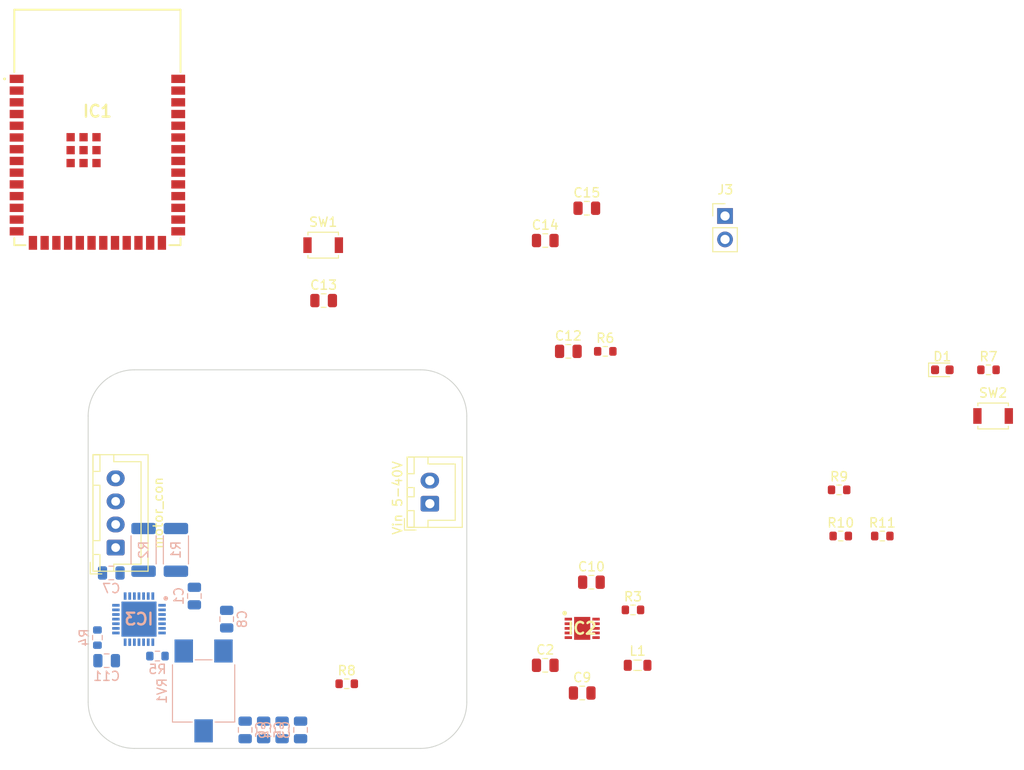
<source format=kicad_pcb>
(kicad_pcb (version 20211014) (generator pcbnew)
  (layers (0 "F.Cu" signal) (31 "B.Cu" signal) (34 "B.Paste" user) (35 "F.Paste" user) (36 "B.SilkS" user "B.Silkscreen") (37 "F.SilkS" user "F.Silkscreen") (38 "B.Mask" user) (39 "F.Mask" user) (44 "Edge.Cuts" user))
  (net 0 "")
  (net 1 "Net-(C1-Pad1)")
  (net 2 "Net-(C1-Pad2)")
  (net 3 "GND")
  (net 4 "/VS_input")
  (net 5 "Net-(C8-Pad1)")
  (net 6 "Net-(C9-Pad1)")
  (net 7 "Net-(C9-Pad2)")
  (net 8 "+3V3")
  (net 9 "/EN")
  (net 10 "/HK_led")
  (net 11 "Net-(D1-Pad2)")
  (net 12 "/ADC_battery")
  (net 14 "/HK-button")
  (net 17 "/TMC_uart")
  (net 18 "Net-(IC1-Pad11)")
  (net 24 "/TMC_en")
  (net 25 "/TMC_step")
  (net 26 "/TMC_dir")
  (net 27 "/TMC_index")
  (net 28 "/TMC_diag")
  (net 34 "Net-(IC1-Pad27)")
  (net 43 "/RX0")
  (net 44 "/TX0")
  (net 48 "Net-(IC2-Pad10)")
  (net 49 "/B2")
  (net 54 "Net-(IC3-Pad17)")
  (net 55 "Net-(IC3-Pad20)")
  (net 56 "/A2")
  (net 57 "Net-(IC3-Pad23)")
  (net 58 "/A1")
  (net 60 "/B1")
  (net 61 "Net-(IC3-Pad27)")
  (net 62 "Net-(R5-Pad2)")
  (footprint "Capacitor_SMD:C_0805_2012Metric" (layer "F.Cu") (at 147 93)
    (fp_text reference "C12" (at 0 -1.68) (layer "F.SilkS"))
    (fp_text value "1uF")
    (fp_line (start -0.261252 -0.735) (end 0.261252 -0.735) (layer "F.SilkS") (width 0.12))
    (fp_line (start -0.261252 0.735) (end 0.261252 0.735) (layer "F.SilkS") (width 0.12))
    (pad "1" smd roundrect (at -0.95 0) (size 1 1.45) (layers "F.Cu" "F.Paste" "F.Mask") (net 8 "+3V3"))
    (pad "2" smd roundrect (at 0.95 0) (size 1 1.45) (layers "F.Cu" "F.Paste" "F.Mask") (net 9 "/EN"))
  )
  (footprint "Button_Switch_SMD:SW_SPST_B3U-1000P-B" (layer "F.Cu") (at 120.45 81.5)
    (fp_text reference "SW1" (at 0 -2.5) (layer "F.SilkS"))
    (fp_text value "SW_Push")
    (fp_line (start -1.65 -1.4) (end 1.65 -1.4) (layer "F.SilkS") (width 0.12))
    (fp_line (start -1.65 1.4) (end 1.65 1.4) (layer "F.SilkS") (width 0.12))
    (fp_line (start -1.65 -1.1) (end -1.65 -1.4) (layer "F.SilkS") (width 0.12))
    (fp_line (start 1.65 -1.4) (end 1.65 -1.1) (layer "F.SilkS") (width 0.12))
    (fp_line (start 1.65 1.4) (end 1.65 1.1) (layer "F.SilkS") (width 0.12))
    (fp_line (start -1.65 1.1) (end -1.65 1.4) (layer "F.SilkS") (width 0.12))
    (pad "" np_thru_hole circle (at 0 0) (size 0.8 0.8) (drill 0.8) (layers *.Cu *.Mask))
    (pad "1" smd rect (at -1.7 0) (size 0.9 1.7) (layers "F.Cu" "F.Paste" "F.Mask") (net 9 "/EN"))
    (pad "2" smd rect (at 1.7 0) (size 0.9 1.7) (layers "F.Cu" "F.Paste" "F.Mask") (net 3 "GND"))
  )
  (footprint "SamacSys_Parts:SON50P300X300X80-11N-D" (layer "F.Cu") (at 148.5 123)
    (fp_text reference "IC2" (at 0 0) (layer "F.SilkS") (effects (font (size 1.27 1.27) (thickness 0.254))))
    (fp_text value "LT3973EDD-3.3#PBF" hide)
    (fp_circle (center -1.9 -1.65) (end -1.9 -1.525) (layer "F.SilkS") (width 0.25) (fill none))
    (pad "1" smd rect locked (at -1.5 -1 90) (size 0.3 0.8) (layers "F.Cu" "F.Paste" "F.Mask") (net 8 "+3V3"))
    (pad "2" smd rect locked (at -1.5 -0.5 90) (size 0.3 0.8) (layers "F.Cu" "F.Paste" "F.Mask") (net 8 "+3V3"))
    (pad "3" smd rect locked (at -1.5 0 90) (size 0.3 0.8) (layers "F.Cu" "F.Paste" "F.Mask") (net 4 "/VS_input"))
    (pad "4" smd rect locked (at -1.5 0.5 90) (size 0.3 0.8) (layers "F.Cu" "F.Paste" "F.Mask") (net 4 "/VS_input"))
    (pad "5" smd rect locked (at -1.5 1 90) (size 0.3 0.8) (layers "F.Cu" "F.Paste" "F.Mask") (net 3 "GND"))
    (pad "6" smd rect locked (at 1.5 1 90) (size 0.3 0.8) (layers "F.Cu" "F.Paste" "F.Mask") (net 7 "Net-(C9-Pad2)"))
    (pad "7" smd rect locked (at 1.5 0.5 90) (size 0.3 0.8) (layers "F.Cu" "F.Paste" "F.Mask") (net 6 "Net-(C9-Pad1)"))
    (pad "8" smd rect locked (at 1.5 0 90) (size 0.3 0.8) (layers "F.Cu" "F.Paste" "F.Mask") (net 8 "+3V3"))
    (pad "9" smd rect locked (at 1.5 -0.5 90) (size 0.3 0.8) (layers "F.Cu" "F.Paste" "F.Mask"))
    (pad "10" smd rect locked (at 1.5 -1 90) (size 0.3 0.8) (layers "F.Cu" "F.Paste" "F.Mask") (net 48 "Net-(IC2-Pad10)"))
    (pad "11" smd rect locked (at 0 0) (size 1.75 2.48) (layers "F.Cu" "F.Paste" "F.Mask") (net 3 "GND"))
  )
  (footprint "Resistor_SMD:R_0603_1608Metric" (layer "F.Cu") (at 176.5 113)
    (fp_text reference "R10" (at 0 -1.43) (layer "F.SilkS"))
    (fp_text value "12k")
    (fp_line (start -0.237258 -0.5225) (end 0.237258 -0.5225) (layer "F.SilkS") (width 0.12))
    (fp_line (start -0.237258 0.5225) (end 0.237258 0.5225) (layer "F.SilkS") (width 0.12))
    (pad "1" smd roundrect (at -0.825 0) (size 0.8 0.95) (layers "F.Cu" "F.Paste" "F.Mask") (net 12 "/ADC_battery"))
    (pad "2" smd roundrect (at 0.825 0) (size 0.8 0.95) (layers "F.Cu" "F.Paste" "F.Mask") (net 3 "GND"))
  )
  (footprint "MountingHole:MountingHole_3.2mm_M3" (layer "F.Cu") (at 131 100)
    (fp_text reference "H2")
    (fp_text value "MountingHole")
    (pad "" np_thru_hole circle (at 0 0) (size 3.2 3.2) (drill 3.2) (layers *.Cu *.Mask))
  )
  (footprint "LED_SMD:LED_0603_1608Metric" (layer "F.Cu") (at 187.5 95)
    (fp_text reference "D1" (at 0 -1.43) (layer "F.SilkS"))
    (fp_text value "LED green")
    (fp_line (start 0.8 -0.735) (end -1.485 -0.735) (layer "F.SilkS") (width 0.12))
    (fp_line (start -1.485 0.735) (end 0.8 0.735) (layer "F.SilkS") (width 0.12))
    (fp_line (start -1.485 -0.735) (end -1.485 0.735) (layer "F.SilkS") (width 0.12))
    (pad "1" smd roundrect (at -0.7875 0) (size 0.875 0.95) (layers "F.Cu" "F.Paste" "F.Mask") (net 10 "/HK_led"))
    (pad "2" smd roundrect (at 0.7875 0) (size 0.875 0.95) (layers "F.Cu" "F.Paste" "F.Mask") (net 11 "Net-(D1-Pad2)"))
  )
  (footprint "Connector_JST:JST_XH_B4B-XH-A_1x04_P2.50mm_Vertical" (layer "F.Cu") (at 97.975 114.25 90)
    (fp_text reference "J2")
    (fp_text value "motor_con" (at 3.75 4.6 90) (layer "F.SilkS"))
    (fp_line (start 10.06 3.51) (end 10.06 -2.46) (layer "F.SilkS") (width 0.12))
    (fp_line (start 8.25 -1.7) (end 10.05 -1.7) (layer "F.SilkS") (width 0.12))
    (fp_line (start -2.85 -2.75) (end -2.85 -1.5) (layer "F.SilkS") (width 0.12))
    (fp_line (start -1.6 -2.75) (end -2.85 -2.75) (layer "F.SilkS") (width 0.12))
    (fp_line (start 9.3 2.75) (end 3.75 2.75) (layer "F.SilkS") (width 0.12))
    (fp_line (start -2.55 -2.45) (end -2.55 -1.7) (layer "F.SilkS") (width 0.12))
    (fp_line (start 10.05 -0.2) (end 9.3 -0.2) (layer "F.SilkS") (width 0.12))
    (fp_line (start -1.8 -0.2) (end -1.8 2.75) (layer "F.SilkS") (width 0.12))
    (fp_line (start -0.75 -2.45) (end -2.55 -2.45) (layer "F.SilkS") (width 0.12))
    (fp_line (start 10.05 -2.45) (end 8.25 -2.45) (layer "F.SilkS") (width 0.12))
    (fp_line (start 6.75 -1.7) (end 6.75 -2.45) (layer "F.SilkS") (width 0.12))
    (fp_line (start -0.75 -1.7) (end -0.75 -2.45) (layer "F.SilkS") (width 0.12))
    (fp_line (start -2.55 -1.7) (end -0.75 -1.7) (layer "F.SilkS") (width 0.12))
    (fp_line (start -2.55 -0.2) (end -1.8 -0.2) (layer "F.SilkS") (width 0.12))
    (fp_line (start 0.75 -2.45) (end 0.75 -1.7) (layer "F.SilkS") (width 0.12))
    (fp_line (start -1.8 2.75) (end 3.75 2.75) (layer "F.SilkS") (width 0.12))
    (fp_line (start 9.3 -0.2) (end 9.3 2.75) (layer "F.SilkS") (width 0.12))
    (fp_line (start 10.06 -2.46) (end -2.56 -2.46) (layer "F.SilkS") (width 0.12))
    (fp_line (start 8.25 -2.45) (end 8.25 -1.7) (layer "F.SilkS") (width 0.12))
    (fp_line (start -2.56 -2.46) (end -2.56 3.51) (layer "F.SilkS") (width 0.12))
    (fp_line (start 0.75 -1.7) (end 6.75 -1.7) (layer "F.SilkS") (width 0.12))
    (fp_line (start 10.05 -1.7) (end 10.05 -2.45) (layer "F.SilkS") (width 0.12))
    (fp_line (start 6.75 -2.45) (end 0.75 -2.45) (layer "F.SilkS") (width 0.12))
    (fp_line (start -2.56 3.51) (end 10.06 3.51) (layer "F.SilkS") (width 0.12))
    (pad "1" thru_hole roundrect (at 0 0 90) (size 1.7 1.95) (drill 0.95) (layers *.Cu *.Mask) (roundrect_rratio 0.147059) (net 49 "/B2"))
    (pad "2" thru_hole oval (at 2.5 0 90) (size 1.7 1.95) (drill 0.95) (layers *.Cu *.Mask) (net 60 "/B1"))
    (pad "3" thru_hole oval (at 5 0 90) (size 1.7 1.95) (drill 0.95) (layers *.Cu *.Mask) (net 56 "/A2"))
    (pad "4" thru_hole oval (at 7.5 0 90) (size 1.7 1.95) (drill 0.95) (layers *.Cu *.Mask) (net 58 "/A1"))
  )
  (footprint "Resistor_SMD:R_0603_1608Metric" (layer "F.Cu") (at 176.325 108)
    (fp_text reference "R9" (at 0 -1.43) (layer "F.SilkS"))
    (fp_text value "33k")
    (fp_line (start -0.237258 0.5225) (end 0.237258 0.5225) (layer "F.SilkS") (width 0.12))
    (fp_line (start -0.237258 -0.5225) (end 0.237258 -0.5225) (layer "F.SilkS") (width 0.12))
    (pad "1" smd roundrect (at -0.825 0) (size 0.8 0.95) (layers "F.Cu" "F.Paste" "F.Mask") (net 4 "/VS_input"))
    (pad "2" smd roundrect (at 0.825 0) (size 0.8 0.95) (layers "F.Cu" "F.Paste" "F.Mask") (net 12 "/ADC_battery"))
  )
  (footprint "Capacitor_SMD:C_0805_2012Metric" (layer "F.Cu") (at 148.5 130)
    (fp_text reference "C9" (at 0 -1.68) (layer "F.SilkS"))
    (fp_text value "0.47uF")
    (fp_line (start -0.261252 -0.735) (end 0.261252 -0.735) (layer "F.SilkS") (width 0.12))
    (fp_line (start -0.261252 0.735) (end 0.261252 0.735) (layer "F.SilkS") (width 0.12))
    (pad "1" smd roundrect (at -0.95 0) (size 1 1.45) (layers "F.Cu" "F.Paste" "F.Mask") (net 6 "Net-(C9-Pad1)"))
    (pad "2" smd roundrect (at 0.95 0) (size 1 1.45) (layers "F.Cu" "F.Paste" "F.Mask") (net 7 "Net-(C9-Pad2)"))
  )
  (footprint "Resistor_SMD:R_0603_1608Metric" (layer "F.Cu") (at 154 121)
    (fp_text reference "R3" (at 0 -1.43) (layer "F.SilkS"))
    (fp_text value "215k")
    (fp_line (start -0.237258 0.5225) (end 0.237258 0.5225) (layer "F.SilkS") (width 0.12))
    (fp_line (start -0.237258 -0.5225) (end 0.237258 -0.5225) (layer "F.SilkS") (width 0.12))
    (pad "1" smd roundrect (at -0.825 0) (size 0.8 0.95) (layers "F.Cu" "F.Paste" "F.Mask") (net 48 "Net-(IC2-Pad10)"))
    (pad "2" smd roundrect (at 0.825 0) (size 0.8 0.95) (layers "F.Cu" "F.Paste" "F.Mask") (net 3 "GND"))
  )
  (footprint "Inductor_SMD:L_0805_2012Metric" (layer "F.Cu") (at 154.5 127)
    (fp_text reference "L1" (at 0 -1.55) (layer "F.SilkS"))
    (fp_text value "15uH")
    (fp_line (start -0.399622 0.56) (end 0.399622 0.56) (layer "F.SilkS") (width 0.12))
    (fp_line (start -0.399622 -0.56) (end 0.399622 -0.56) (layer "F.SilkS") (width 0.12))
    (pad "1" smd roundrect (at -1.0625 0) (size 0.875 1.2) (layers "F.Cu" "F.Paste" "F.Mask") (net 7 "Net-(C9-Pad2)"))
    (pad "2" smd roundrect (at 1.0625 0) (size 0.875 1.2) (layers "F.Cu" "F.Paste" "F.Mask") (net 8 "+3V3"))
  )
  (footprint "Capacitor_SMD:C_0805_2012Metric" (layer "F.Cu") (at 120.5 87.5)
    (fp_text reference "C13" (at 0 -1.68) (layer "F.SilkS"))
    (fp_text value "0.1uF")
    (fp_line (start -0.261252 -0.735) (end 0.261252 -0.735) (layer "F.SilkS") (width 0.12))
    (fp_line (start -0.261252 0.735) (end 0.261252 0.735) (layer "F.SilkS") (width 0.12))
    (pad "1" smd roundrect (at -0.95 0) (size 1 1.45) (layers "F.Cu" "F.Paste" "F.Mask") (net 9 "/EN"))
    (pad "2" smd roundrect (at 0.95 0) (size 1 1.45) (layers "F.Cu" "F.Paste" "F.Mask") (net 3 "GND"))
  )
  (footprint "Button_Switch_SMD:SW_SPST_B3U-1000P-B" (layer "F.Cu") (at 193 100)
    (fp_text reference "SW2" (at 0 -2.5) (layer "F.SilkS"))
    (fp_text value "SW_Push")
    (fp_line (start -1.65 1.4) (end 1.65 1.4) (layer "F.SilkS") (width 0.12))
    (fp_line (start 1.65 -1.4) (end 1.65 -1.1) (layer "F.SilkS") (width 0.12))
    (fp_line (start 1.65 1.4) (end 1.65 1.1) (layer "F.SilkS") (width 0.12))
    (fp_line (start -1.65 1.1) (end -1.65 1.4) (layer "F.SilkS") (width 0.12))
    (fp_line (start -1.65 -1.4) (end 1.65 -1.4) (layer "F.SilkS") (width 0.12))
    (fp_line (start -1.65 -1.1) (end -1.65 -1.4) (layer "F.SilkS") (width 0.12))
    (pad "" np_thru_hole circle (at 0 0) (size 0.8 0.8) (drill 0.8) (layers *.Cu *.Mask))
    (pad "1" smd rect (at -1.7 0) (size 0.9 1.7) (layers "F.Cu" "F.Paste" "F.Mask") (net 14 "/HK-button"))
    (pad "2" smd rect (at 1.7 0) (size 0.9 1.7) (layers "F.Cu" "F.Paste" "F.Mask") (net 3 "GND"))
  )
  (footprint "Resistor_SMD:R_0603_1608Metric" (layer "F.Cu") (at 123 129)
    (fp_text reference "R8" (at 0 -1.43) (layer "F.SilkS"))
    (fp_text value "10k")
    (fp_line (start -0.237258 0.5225) (end 0.237258 0.5225) (layer "F.SilkS") (width 0.12))
    (fp_line (start -0.237258 -0.5225) (end 0.237258 -0.5225) (layer "F.SilkS") (width 0.12))
    (pad "1" smd roundrect (at -0.825 0) (size 0.8 0.95) (layers "F.Cu" "F.Paste" "F.Mask") (net 18 "Net-(IC1-Pad11)"))
    (pad "2" smd roundrect (at 0.825 0) (size 0.8 0.95) (layers "F.Cu" "F.Paste" "F.Mask") (net 17 "/TMC_uart"))
  )
  (footprint "Resistor_SMD:R_0603_1608Metric" (layer "F.Cu") (at 151 93)
    (fp_text reference "R6" (at 0 -1.43) (layer "F.SilkS"))
    (fp_text value "10k")
    (fp_line (start -0.237258 0.5225) (end 0.237258 0.5225) (layer "F.SilkS") (width 0.12))
    (fp_line (start -0.237258 -0.5225) (end 0.237258 -0.5225) (layer "F.SilkS") (width 0.12))
    (pad "1" smd roundrect (at -0.825 0) (size 0.8 0.95) (layers "F.Cu" "F.Paste" "F.Mask") (net 8 "+3V3"))
    (pad "2" smd roundrect (at 0.825 0) (size 0.8 0.95) (layers "F.Cu" "F.Paste" "F.Mask") (net 9 "/EN"))
  )
  (footprint "MountingHole:MountingHole_3.2mm_M3" (layer "F.Cu") (at 100 100)
    (fp_text reference "H1")
    (fp_text value "MountingHole")
    (pad "" np_thru_hole circle (at 0 0) (size 3.2 3.2) (drill 3.2) (layers *.Cu *.Mask))
  )
  (footprint "SamacSys_Parts:ESP32S3WROOM1N4R2" (layer "F.Cu") (at 96 69)
    (fp_text reference "IC1" (at 0 -2) (layer "F.SilkS") (effects (font (size 1.27 1.27) (thickness 0.254))))
    (fp_text value "ESP32-S3-WROOM-1-N4R2" hide)
    (fp_line (start -9 -13) (end -9 -6.25) (layer "F.SilkS") (width 0.2))
    (fp_line (start -10 -5.51) (end -10 -5.51) (layer "F.SilkS") (width 0.2))
    (fp_line (start 9 -6.25) (end 9 -13) (layer "F.SilkS") (width 0.2))
    (fp_line (start -10.1 -5.51) (end -10.1 -5.51) (layer "F.SilkS") (width 0.2))
    (fp_line (start -10.1 -5.51) (end -10.1 -5.51) (layer "F.SilkS") (width 0.2))
    (fp_line (start 9 12.5) (end 9 11.75) (layer "F.SilkS") (width 0.2))
    (fp_line (start 7.8 12.5) (end 9 12.5) (layer "F.SilkS") (width 0.2))
    (fp_line (start 9 -13) (end -9 -13) (layer "F.SilkS") (width 0.2))
    (fp_line (start -9 11.75) (end -9 12.5) (layer "F.SilkS") (width 0.2))
    (fp_line (start -9 12.5) (end -7.8 12.5) (layer "F.SilkS") (width 0.2))
    (fp_arc (start -10.1 -5.51) (mid -10.05 -5.56) (end -10 -5.51) (layer "F.SilkS") (width 0.2))
    (fp_arc (start -10 -5.51) (mid -10.05 -5.46) (end -10.1 -5.51) (layer "F.SilkS") (width 0.2))
    (fp_arc (start -10 -5.51) (mid -10.05 -5.46) (end -10.1 -5.51) (layer "F.SilkS") (width 0.2))
    (pad "1" smd rect locked (at -8.75 -5.51 90) (size 0.9 1.5) (layers "F.Cu" "F.Paste" "F.Mask") (net 3 "GND"))
    (pad "2" smd rect locked (at -8.75 -4.24 90) (size 0.9 1.5) (layers "F.Cu" "F.Paste" "F.Mask") (net 8 "+3V3"))
    (pad "3" smd rect locked (at -8.75 -2.97 90) (size 0.9 1.5) (layers "F.Cu" "F.Paste" "F.Mask") (net 9 "/EN"))
    (pad "4" smd rect locked (at -8.75 -1.7 90) (size 0.9 1.5) (layers "F.Cu" "F.Paste" "F.Mask") (net 12 "/ADC_battery"))
    (pad "5" smd rect locked (at -8.75 -0.43 90) (size 0.9 1.5) (layers "F.Cu" "F.Paste" "F.Mask"))
    (pad "6" smd rect locked (at -8.75 0.84 90) (size 0.9 1.5) (layers "F.Cu" "F.Paste" "F.Mask") (net 10 "/HK_led"))
    (pad "7" smd rect locked (at -8.75 2.11 90) (size 0.9 1.5) (layers "F.Cu" "F.Paste" "F.Mask") (net 14 "/HK-button"))
    (pad "8" smd rect locked (at -8.75 3.38 90) (size 0.9 1.5) (layers "F.Cu" "F.Paste" "F.Mask"))
    (pad "9" smd rect locked (at -8.75 4.65 90) (size 0.9 1.5) (layers "F.Cu" "F.Paste" "F.Mask"))
    (pad "10" smd rect locked (at -8.75 5.92 90) (size 0.9 1.5) (layers "F.Cu" "F.Paste" "F.Mask") (net 17 "/TMC_uart"))
    (pad "11" smd rect locked (at -8.75 7.19 90) (size 0.9 1.5) (layers "F.Cu" "F.Paste" "F.Mask") (net 18 "Net-(IC1-Pad11)"))
    (pad "12" smd rect locked (at -8.75 8.46 90) (size 0.9 1.5) (layers "F.Cu" "F.Paste" "F.Mask"))
    (pad "13" smd rect locked (at -8.75 9.73 90) (size 0.9 1.5) (layers "F.Cu" "F.Paste" "F.Mask"))
    (pad "14" smd rect locked (at -8.75 11 90) (size 0.9 1.5) (layers "F.Cu" "F.Paste" "F.Mask"))
    (pad "15" smd rect locked (at -6.985 12.25) (size 0.9 1.5) (layers "F.Cu" "F.Paste" "F.Mask"))
    (pad "16" smd rect locked (at -5.715 12.25) (size 0.9 1.5) (layers "F.Cu" "F.Paste" "F.Mask"))
    (pad "17" smd rect locked (at -4.445 12.25) (size 0.9 1.5) (layers "F.Cu" "F.Paste" "F.Mask") (net 24 "/TMC_en"))
    (pad "18" smd rect locked (at -3.175 12.25) (size 0.9 1.5) (layers "F.Cu" "F.Paste" "F.Mask") (net 25 "/TMC_step"))
    (pad "19" smd rect locked (at -1.905 12.25) (size 0.9 1.5) (layers "F.Cu" "F.Paste" "F.Mask") (net 26 "/TMC_dir"))
    (pad "20" smd rect locked (at -0.635 12.25) (size 0.9 1.5) (layers "F.Cu" "F.Paste" "F.Mask") (net 27 "/TMC_index"))
    (pad "21" smd rect locked (at 0.635 12.25) (size 0.9 1.5) (layers "F.Cu" "F.Paste" "F.Mask") (net 28 "/TMC_diag"))
    (pad "22" smd rect locked (at 1.905 12.25) (size 0.9 1.5) (layers "F.Cu" "F.Paste" "F.Mask"))
    (pad "23" smd rect locked (at 3.175 12.25) (size 0.9 1.5) (layers "F.Cu" "F.Paste" "F.Mask"))
    (pad "24" smd rect locked (at 4.445 12.25) (size 0.9 1.5) (layers "F.Cu" "F.Paste" "F.Mask"))
    (pad "25" smd rect locked (at 5.715 12.25) (size 0.9 1.5) (layers "F.Cu" "F.Paste" "F.Mask"))
    (pad "26" smd rect locked (at 6.985 12.25) (size 0.9 1.5) (layers "F.Cu" "F.Paste" "F.Mask"))
    (pad "27" smd rect locked (at 8.75 11 90) (size 0.9 1.5) (layers "F.Cu" "F.Paste" "F.Mask") (net 34 "Net-(IC1-Pad27)"))
    (pad "28" smd rect locked (at 8.75 9.73 90) (size 0.9 1.5) (layers "F.Cu" "F.Paste" "F.Mask"))
    (pad "29" smd rect locked (at 8.75 8.46 90) (size 0.9 1.5) (layers "F.Cu" "F.Paste" "F.Mask"))
    (pad "30" smd rect locked (at 8.75 7.19 90) (size 0.9 1.5) (layers "F.Cu" "F.Paste" "F.Mask"))
    (pad "31" smd rect locked (at 8.75 5.92 90) (size 0.9 1.5) (layers "F.Cu" "F.Paste" "F.Mask"))
    (pad "32" smd rect locked (at 8.75 4.65 90) (size 0.9 1.5) (layers "F.Cu" "F.Paste" "F.Mask"))
    (pad "33" smd rect locked (at 8.75 3.38 90) (size 0.9 1.5) (layers "F.Cu" "F.Paste" "F.Mask"))
    (pad "34" smd rect locked (at 8.75 2.11 90) (size 0.9 1.5) (layers "F.Cu" "F.Paste" "F.Mask"))
    (pad "35" smd rect locked (at 8.75 0.84 90) (size 0.9 1.5) (layers "F.Cu" "F.Paste" "F.Mask"))
    (pad "36" smd rect locked (at 8.75 -0.43 90) (size 0.9 1.5) (layers "F.Cu" "F.Paste" "F.Mask") (net 43 "/RX0"))
    (pad "37" smd rect locked (at 8.75 -1.7 90) (size 0.9 1.5) (layers "F.Cu" "F.Paste" "F.Mask") (net 44 "/TX0"))
    (pad "38" smd rect locked (at 8.75 -2.97 90) (size 0.9 1.5) (layers "F.Cu" "F.Paste" "F.Mask"))
    (pad "39" smd rect locked (at 8.75 -4.24 90) (size 0.9 1.5) (layers "F.Cu" "F.Paste" "F.Mask"))
    (pad "40" smd rect locked (at 8.75 -5.51 90) (size 0.9 1.5) (layers "F.Cu" "F.Paste" "F.Mask") (net 3 "GND"))
    (pad "41" smd rect locked (at -1.5 2.21 90) (size 0.9 0.9) (layers "F.Cu" "F.Paste" "F.Mask") (net 3 "GND"))
    (pad "42" smd rect locked (at -1.5 0.81 90) (size 0.9 0.9) (layers "F.Cu" "F.Paste" "F.Mask") (net 3 "GND"))
    (pad "43" smd rect locked (at -2.9 0.81 90) (size 0.9 0.9) (layers "F.Cu" "F.Paste" "F.Mask") (net 3 "GND"))
    (pad "44" smd rect locked (at -2.9 2.21 90) (size 0.9 0.9) (layers "F.Cu" "F.Paste" "F.Mask") (net 3 "GND"))
    (pad "45" smd rect locked (at -2.9 3.61 90) (size 0.9 0.9) (layers "F.Cu" "F.Paste" "F.Mask") (net 3 "GND"))
    (pad "46" smd rect locked (at -1.5 3.61 90) (size 0.9 0.9) (layers "F.Cu" "F.Paste" "F.Mask") (net 3 "GND"))
    (pad "47" smd rect locked (at -0.1 3.61 90) (size 0.9 0.9) (layers "F.Cu" "F.Paste" "F.Mask") (net 3 "GND"))
    (pad "48" smd rect locked (at -0.1 2.21 90) (size 0.9 0.9) (layers "F.Cu" "F.Paste" "F.Mask") (net 3 "GND"))
    (pad "49" smd rect locked (at -0.1 0.81 90) (size 0.9 0.9) (layers "F.Cu" "F.Paste" "F.Mask") (net 3 "GND"))
  )
  (footprint "Capacitor_SMD:C_0805_2012Metric" (layer "F.Cu") (at 144.5 127)
    (fp_text reference "C2" (at 0 -1.68) (layer "F.SilkS"))
    (fp_text value "4.7uF")
    (fp_line (start -0.261252 -0.735) (end 0.261252 -0.735) (layer "F.SilkS") (width 0.12))
    (fp_line (start -0.261252 0.735) (end 0.261252 0.735) (layer "F.SilkS") (width 0.12))
    (pad "1" smd roundrect (at -0.95 0) (size 1 1.45) (layers "F.Cu" "F.Paste" "F.Mask") (net 3 "GND"))
    (pad "2" smd roundrect (at 0.95 0) (size 1 1.45) (layers "F.Cu" "F.Paste" "F.Mask") (net 4 "/VS_input"))
  )
  (footprint "Connector_JST:JST_XH_B2B-XH-A_1x02_P2.50mm_Vertical" (layer "F.Cu") (at 132 109.5 90)
    (fp_text reference "J1")
    (fp_text value "Vin 5-40V" (at 0.625 -3.5 90) (layer "F.SilkS"))
    (fp_line (start -2.56 3.51) (end 5.06 3.51) (layer "F.SilkS") (width 0.12))
    (fp_line (start 5.05 -2.45) (end 3.25 -2.45) (layer "F.SilkS") (width 0.12))
    (fp_line (start -1.8 -0.2) (end -1.8 2.75) (layer "F.SilkS") (width 0.12))
    (fp_line (start -1.8 2.75) (end 1.25 2.75) (layer "F.SilkS") (width 0.12))
    (fp_line (start 5.05 -0.2) (end 4.3 -0.2) (layer "F.SilkS") (width 0.12))
    (fp_line (start -2.56 -2.46) (end -2.56 3.51) (layer "F.SilkS") (width 0.12))
    (fp_line (start -0.75 -2.45) (end -2.55 -2.45) (layer "F.SilkS") (width 0.12))
    (fp_line (start 5.06 3.51) (end 5.06 -2.46) (layer "F.SilkS") (width 0.12))
    (fp_line (start -2.55 -1.7) (end -0.75 -1.7) (layer "F.SilkS") (width 0.12))
    (fp_line (start 0.75 -1.7) (end 1.75 -1.7) (layer "F.SilkS") (width 0.12))
    (fp_line (start -2.55 -2.45) (end -2.55 -1.7) (layer "F.SilkS") (width 0.12))
    (fp_line (start -2.55 -0.2) (end -1.8 -0.2) (layer "F.SilkS") (width 0.12))
    (fp_line (start -0.75 -1.7) (end -0.75 -2.45) (layer "F.SilkS") (width 0.12))
    (fp_line (start 1.75 -1.7) (end 1.75 -2.45) (layer "F.SilkS") (width 0.12))
    (fp_line (start 4.3 2.75) (end 1.25 2.75) (layer "F.SilkS") (width 0.12))
    (fp_line (start 5.05 -1.7) (end 5.05 -2.45) (layer "F.SilkS") (width 0.12))
    (fp_line (start 5.06 -2.46) (end -2.56 -2.46) (layer "F.SilkS") (width 0.12))
    (fp_line (start -1.6 -2.75) (end -2.85 -2.75) (layer "F.SilkS") (width 0.12))
    (fp_line (start 4.3 -0.2) (end 4.3 2.75) (layer "F.SilkS") (width 0.12))
    (fp_line (start 3.25 -2.45) (end 3.25 -1.7) (layer "F.SilkS") (width 0.12))
    (fp_line (start 1.75 -2.45) (end 0.75 -2.45) (layer "F.SilkS") (width 0.12))
    (fp_line (start 3.25 -1.7) (end 5.05 -1.7) (layer "F.SilkS") (width 0.12))
    (fp_line (start -2.85 -2.75) (end -2.85 -1.5) (layer "F.SilkS") (width 0.12))
    (fp_line (start 0.75 -2.45) (end 0.75 -1.7) (layer "F.SilkS") (width 0.12))
    (pad "1" thru_hole roundrect (at 0 0 90) (size 1.7 2) (drill 1) (layers *.Cu *.Mask) (roundrect_rratio 0.147059) (net 3 "GND"))
    (pad "2" thru_hole oval (at 2.5 0 90) (size 1.7 2) (drill 1) (layers *.Cu *.Mask) (net 4 "/VS_input"))
  )
  (footprint "Capacitor_SMD:C_0805_2012Metric" (layer "F.Cu") (at 149 77.5)
    (fp_text reference "C15" (at 0 -1.68) (layer "F.SilkS"))
    (fp_text value "0.1uF")
    (fp_line (start -0.261252 0.735) (end 0.261252 0.735) (layer "F.SilkS") (width 0.12))
    (fp_line (start -0.261252 -0.735) (end 0.261252 -0.735) (layer "F.SilkS") (width 0.12))
    (pad "1" smd roundrect (at -0.95 0) (size 1 1.45) (layers "F.Cu" "F.Paste" "F.Mask") (net 3 "GND"))
    (pad "2" smd roundrect (at 0.95 0) (size 1 1.45) (layers "F.Cu" "F.Paste" "F.Mask") (net 8 "+3V3"))
  )
  (footprint "Resistor_SMD:R_0603_1608Metric" (layer "F.Cu") (at 192.5 95)
    (fp_text reference "R7" (at 0 -1.43) (layer "F.SilkS"))
    (fp_text value "110")
    (fp_line (start -0.237258 -0.5225) (end 0.237258 -0.5225) (layer "F.SilkS") (width 0.12))
    (fp_line (start -0.237258 0.5225) (end 0.237258 0.5225) (layer "F.SilkS") (width 0.12))
    (pad "1" smd roundrect (at -0.825 0) (size 0.8 0.95) (layers "F.Cu" "F.Paste" "F.Mask") (net 11 "Net-(D1-Pad2)"))
    (pad "2" smd roundrect (at 0.825 0) (size 0.8 0.95) (layers "F.Cu" "F.Paste" "F.Mask") (net 8 "+3V3"))
  )
  (footprint "MountingHole:MountingHole_3.2mm_M3" (layer "F.Cu") (at 100 131)
    (fp_text reference "H3")
    (fp_text value "MountingHole")
    (pad "" np_thru_hole circle (at 0 0) (size 3.2 3.2) (drill 3.2) (layers *.Cu *.Mask))
  )
  (footprint "MountingHole:MountingHole_3.2mm_M3" (layer "F.Cu") (at 131 131)
    (fp_text reference "H4")
    (fp_text value "MountingHole")
    (pad "" np_thru_hole circle (at 0 0) (size 3.2 3.2) (drill 3.2) (layers *.Cu *.Mask))
  )
  (footprint "Resistor_SMD:R_0603_1608Metric" (layer "F.Cu") (at 181 113)
    (fp_text reference "R11" (at 0 -1.43) (layer "F.SilkS"))
    (fp_text value "100k")
    (fp_line (start -0.237258 -0.5225) (end 0.237258 -0.5225) (layer "F.SilkS") (width 0.12))
    (fp_line (start -0.237258 0.5225) (end 0.237258 0.5225) (layer "F.SilkS") (width 0.12))
    (pad "1" smd roundrect (at -0.825 0) (size 0.8 0.95) (layers "F.Cu" "F.Paste" "F.Mask") (net 12 "/ADC_battery"))
    (pad "2" smd roundrect (at 0.825 0) (size 0.8 0.95) (layers "F.Cu" "F.Paste" "F.Mask") (net 3 "GND"))
  )
  (footprint "Connector_PinHeader_2.54mm:PinHeader_1x02_P2.54mm_Vertical" (layer "F.Cu") (at 163.97 78.34)
    (fp_text reference "J3" (at 0.03 -2.84) (layer "F.SilkS"))
    (fp_text value "boot")
    (fp_line (start -1.33 3.87) (end 1.33 3.87) (layer "F.SilkS") (width 0.12))
    (fp_line (start -1.33 1.27) (end -1.33 3.87) (layer "F.SilkS") (width 0.12))
    (fp_line (start -1.33 1.27) (end 1.33 1.27) (layer "F.SilkS") (width 0.12))
    (fp_line (start -1.33 -1.33) (end 0 -1.33) (layer "F.SilkS") (width 0.12))
    (fp_line (start -1.33 0) (end -1.33 -1.33) (layer "F.SilkS") (width 0.12))
    (fp_line (start 1.33 1.27) (end 1.33 3.87) (layer "F.SilkS") (width 0.12))
    (pad "1" thru_hole rect (at 0 0) (size 1.7 1.7) (drill 1) (layers *.Cu *.Mask) (net 34 "Net-(IC1-Pad27)"))
    (pad "2" thru_hole oval (at 0 2.54) (size 1.7 1.7) (drill 1) (layers *.Cu *.Mask) (net 3 "GND"))
  )
  (footprint "Capacitor_SMD:C_0805_2012Metric" (layer "F.Cu") (at 144.5 81)
    (fp_text reference "C14" (at 0 -1.68) (layer "F.SilkS"))
    (fp_text value "22uF")
    (fp_line (start -0.261252 -0.735) (end 0.261252 -0.735) (layer "F.SilkS") (width 0.12))
    (fp_line (start -0.261252 0.735) (end 0.261252 0.735) (layer "F.SilkS") (width 0.12))
    (pad "1" smd roundrect (at -0.95 0) (size 1 1.45) (layers "F.Cu" "F.Paste" "F.Mask") (net 8 "+3V3"))
    (pad "2" smd roundrect (at 0.95 0) (size 1 1.45) (layers "F.Cu" "F.Paste" "F.Mask") (net 3 "GND"))
  )
  (footprint "Capacitor_SMD:C_0805_2012Metric" (layer "F.Cu") (at 149.5 118)
    (fp_text reference "C10" (at 0 -1.68) (layer "F.SilkS"))
    (fp_text value "22uF")
    (fp_line (start -0.261252 -0.735) (end 0.261252 -0.735) (layer "F.SilkS") (width 0.12))
    (fp_line (start -0.261252 0.735) (end 0.261252 0.735) (layer "F.SilkS") (width 0.12))
    (pad "1" smd roundrect (at -0.95 0) (size 1 1.45) (layers "F.Cu" "F.Paste" "F.Mask") (net 3 "GND"))
    (pad "2" smd roundrect (at 0.95 0) (size 1 1.45) (layers "F.Cu" "F.Paste" "F.Mask") (net 8 "+3V3"))
  )
  (footprint "Capacitor_SMD:C_0805_2012Metric" (layer "B.Cu") (at 112 134 90)
    (fp_text reference "C6" (at 0 1.68 90) (layer "B.SilkS") (effects (justify mirror)))
    (fp_text value "1uF/50V")
    (fp_line (start -0.261252 0.735) (end 0.261252 0.735) (layer "B.SilkS") (width 0.12))
    (fp_line (start -0.261252 -0.735) (end 0.261252 -0.735) (layer "B.SilkS") (width 0.12))
    (pad "1" smd roundrect (at -0.95 0 90) (size 1 1.45) (layers "B.Cu" "B.Paste" "B.Mask") (net 3 "GND"))
    (pad "2" smd roundrect (at 0.95 0 90) (size 1 1.45) (layers "B.Cu" "B.Paste" "B.Mask") (net 4 "/VS_input"))
  )
  (footprint "Capacitor_SMD:C_0805_2012Metric" (layer "B.Cu") (at 106.5 119.5 -90)
    (fp_text reference "C1" (at 0 1.68 90) (layer "B.SilkS") (effects (justify mirror)))
    (fp_text value "22nF/50V")
    (fp_line (start -0.261252 -0.735) (end 0.261252 -0.735) (layer "B.SilkS") (width 0.12))
    (fp_line (start -0.261252 0.735) (end 0.261252 0.735) (layer "B.SilkS") (width 0.12))
    (pad "1" smd roundrect (at -0.95 0 270) (size 1 1.45) (layers "B.Cu" "B.Paste" "B.Mask") (net 1 "Net-(C1-Pad1)"))
    (pad "2" smd roundrect (at 0.95 0 270) (size 1 1.45) (layers "B.Cu" "B.Paste" "B.Mask") (net 2 "Net-(C1-Pad2)"))
  )
  (footprint "Capacitor_SMD:C_0805_2012Metric" (layer "B.Cu") (at 118 134 -90)
    (fp_text reference "C3" (at 0 1.68 90) (layer "B.SilkS") (effects (justify mirror)))
    (fp_text value "100nF/50V")
    (fp_line (start -0.261252 -0.735) (end 0.261252 -0.735) (layer "B.SilkS") (width 0.12))
    (fp_line (start -0.261252 0.735) (end 0.261252 0.735) (layer "B.SilkS") (width 0.12))
    (pad "1" smd roundrect (at -0.95 0 270) (size 1 1.45) (layers "B.Cu" "B.Paste" "B.Mask") (net 4 "/VS_input"))
    (pad "2" smd roundrect (at 0.95 0 270) (size 1 1.45) (layers "B.Cu" "B.Paste" "B.Mask") (net 3 "GND"))
  )
  (footprint "Capacitor_SMD:C_0805_2012Metric" (layer "B.Cu") (at 110 122 90)
    (fp_text reference "C8" (at 0 1.68 90) (layer "B.SilkS") (effects (justify mirror)))
    (fp_text value "100nF/50V")
    (fp_line (start -0.261252 -0.735) (end 0.261252 -0.735) (layer "B.SilkS") (width 0.12))
    (fp_line (start -0.261252 0.735) (end 0.261252 0.735) (layer "B.SilkS") (width 0.12))
    (pad "1" smd roundrect (at -0.95 0 90) (size 1 1.45) (layers "B.Cu" "B.Paste" "B.Mask") (net 5 "Net-(C8-Pad1)"))
    (pad "2" smd roundrect (at 0.95 0 90) (size 1 1.45) (layers "B.Cu" "B.Paste" "B.Mask") (net 4 "/VS_input"))
  )
  (footprint "SamacSys_Parts:QFN50P500X500X90-29N" (layer "B.Cu") (at 100.5 122 180)
    (fp_text reference "IC3" (at 0 0) (layer "B.SilkS") (effects (font (size 1.27 1.27) (thickness 0.254)) (justify mirror)))
    (fp_text value "TMC2209-LA" hide)
    (fp_circle (center -2.9 2.25) (end -2.9 2.125) (layer "B.SilkS") (width 0.25) (fill none))
    (pad "1" smd rect locked (at -2.5 1.5 90) (size 0.3 0.8) (layers "B.Cu" "B.Paste" "B.Mask") (net 49 "/B2"))
    (pad "2" smd rect locked (at -2.5 1 90) (size 0.3 0.8) (layers "B.Cu" "B.Paste" "B.Mask") (net 24 "/TMC_en"))
    (pad "3" smd rect locked (at -2.5 0.5 90) (size 0.3 0.8) (layers "B.Cu" "B.Paste" "B.Mask") (net 3 "GND"))
    (pad "4" smd rect locked (at -2.5 0 90) (size 0.3 0.8) (layers "B.Cu" "B.Paste" "B.Mask") (net 1 "Net-(C1-Pad1)"))
    (pad "5" smd rect locked (at -2.5 -0.5 90) (size 0.3 0.8) (layers "B.Cu" "B.Paste" "B.Mask") (net 2 "Net-(C1-Pad2)"))
    (pad "6" smd rect locked (at -2.5 -1 90) (size 0.3 0.8) (layers "B.Cu" "B.Paste" "B.Mask") (net 5 "Net-(C8-Pad1)"))
    (pad "7" smd rect locked (at -2.5 -1.5 90) (size 0.3 0.8) (layers "B.Cu" "B.Paste" "B.Mask"))
    (pad "8" smd rect locked (at -1.5 -2.5 180) (size 0.3 0.8) (layers "B.Cu" "B.Paste" "B.Mask"))
    (pad "9" smd rect locked (at -1 -2.5 180) (size 0.3 0.8) (layers "B.Cu" "B.Paste" "B.Mask"))
    (pad "10" smd rect locked (at -0.5 -2.5 180) (size 0.3 0.8) (layers "B.Cu" "B.Paste" "B.Mask"))
    (pad "11" smd rect locked (at 0 -2.5 180) (size 0.3 0.8) (layers "B.Cu" "B.Paste" "B.Mask") (net 28 "/TMC_diag"))
    (pad "12" smd rect locked (at 0.5 -2.5 180) (size 0.3 0.8) (layers "B.Cu" "B.Paste" "B.Mask") (net 27 "/TMC_index"))
    (pad "13" smd rect locked (at 1 -2.5 180) (size 0.3 0.8) (layers "B.Cu" "B.Paste" "B.Mask") (net 3 "GND"))
    (pad "14" smd rect locked (at 1.5 -2.5 180) (size 0.3 0.8) (layers "B.Cu" "B.Paste" "B.Mask") (net 17 "/TMC_uart"))
    (pad "15" smd rect locked (at 2.5 -1.5 90) (size 0.3 0.8) (layers "B.Cu" "B.Paste" "B.Mask") (net 8 "+3V3"))
    (pad "16" smd rect locked (at 2.5 -1 90) (size 0.3 0.8) (layers "B.Cu" "B.Paste" "B.Mask") (net 25 "/TMC_step"))
    (pad "17" smd rect locked (at 2.5 -0.5 90) (size 0.3 0.8) (layers "B.Cu" "B.Paste" "B.Mask") (net 54 "Net-(IC3-Pad17)"))
    (pad "18" smd rect locked (at 2.5 0 90) (size 0.3 0.8) (layers "B.Cu" "B.Paste" "B.Mask") (net 3 "GND"))
    (pad "19" smd rect locked (at 2.5 0.5 90) (size 0.3 0.8) (layers "B.Cu" "B.Paste" "B.Mask") (net 26 "/TMC_dir"))
    (pad "20" smd rect locked (at 2.5 1 90) (size 0.3 0.8) (layers "B.Cu" "B.Paste" "B.Mask") (net 55 "Net-(IC3-Pad20)"))
    (pad "21" smd rect locked (at 2.5 1.5 90) (size 0.3 0.8) (layers "B.Cu" "B.Paste" "B.Mask") (net 56 "/A2"))
    (pad "22" smd rect locked (at 1.5 2.5 180) (size 0.3 0.8) (layers "B.Cu" "B.Paste" "B.Mask") (net 4 "/VS_input"))
    (pad "23" smd rect locked (at 1 2.5 180) (size 0.3 0.8) (layers "B.Cu" "B.Paste" "B.Mask") (net 57 "Net-(IC3-Pad23)"))
    (pad "24" smd rect locked (at 0.5 2.5 180) (size 0.3 0.8) (layers "B.Cu" "B.Paste" "B.Mask") (net 58 "/A1"))
    (pad "25" smd rect locked (at 0 2.5 180) (size 0.3 0.8) (layers "B.Cu" "B.Paste" "B.Mask"))
    (pad "26" smd rect locked (at -0.5 2.5 180) (size 0.3 0.8) (layers "B.Cu" "B.Paste" "B.Mask") (net 60 "/B1"))
    (pad "27" smd rect locked (at -1 2.5 180) (size 0.3 0.8) (layers "B.Cu" "B.Paste" "B.Mask") (net 61 "Net-(IC3-Pad27)"))
    (pad "28" smd rect locked (at -1.5 2.5 180) (size 0.3 0.8) (layers "B.Cu" "B.Paste" "B.Mask") (net 4 "/VS_input"))
    (pad "29" smd rect locked (at 0 0 180) (size 3.8 3.8) (layers "B.Cu" "B.Paste" "B.Mask") (net 3 "GND"))
  )
  (footprint "Resistor_SMD:R_0603_1608Metric" (layer "B.Cu") (at 96 124 -90)
    (fp_text reference "R4" (at 0 1.43 90) (layer "B.SilkS") (effects (justify mirror)))
    (fp_text value "100k")
    (fp_line (start -0.237258 -0.5225) (end 0.237258 -0.5225) (layer "B.SilkS") (width 0.12))
    (fp_line (start -0.237258 0.5225) (end 0.237258 0.5225) (layer "B.SilkS") (width 0.12))
    (pad "1" smd roundrect (at -0.825 0 270) (size 0.8 0.95) (layers "B.Cu" "B.Paste" "B.Mask") (net 55 "Net-(IC3-Pad20)"))
    (pad "2" smd roundrect (at 0.825 0 270) (size 0.8 0.95) (layers "B.Cu" "B.Paste" "B.Mask") (net 3 "GND"))
  )
  (footprint "Capacitor_SMD:C_0805_2012Metric" (layer "B.Cu") (at 114 134 90)
    (fp_text reference "C5" (at 0 1.68 90) (layer "B.SilkS") (effects (justify mirror)))
    (fp_text value "1uF/50V")
    (fp_line (start -0.261252 0.735) (end 0.261252 0.735) (layer "B.SilkS") (width 0.12))
    (fp_line (start -0.261252 -0.735) (end 0.261252 -0.735) (layer "B.SilkS") (width 0.12))
    (pad "1" smd roundrect (at -0.95 0 90) (size 1 1.45) (layers "B.Cu" "B.Paste" "B.Mask") (net 3 "GND"))
    (pad "2" smd roundrect (at 0.95 0 90) (size 1 1.45) (layers "B.Cu" "B.Paste" "B.Mask") (net 4 "/VS_input"))
  )
  (footprint "Resistor_SMD:R_0603_1608Metric" (layer "B.Cu") (at 102.5 126)
    (fp_text reference "R5" (at 0 1.43) (layer "B.SilkS") (effects (justify mirror)))
    (fp_text value "20k")
    (fp_line (start -0.237258 0.5225) (end 0.237258 0.5225) (layer "B.SilkS") (width 0.12))
    (fp_line (start -0.237258 -0.5225) (end 0.237258 -0.5225) (layer "B.SilkS") (width 0.12))
    (pad "1" smd roundrect (at -0.825 0) (size 0.8 0.95) (layers "B.Cu" "B.Paste" "B.Mask") (net 8 "+3V3"))
    (pad "2" smd roundrect (at 0.825 0) (size 0.8 0.95) (layers "B.Cu" "B.Paste" "B.Mask") (net 62 "Net-(R5-Pad2)"))
  )
  (footprint "Capacitor_SMD:C_0805_2012Metric" (layer "B.Cu") (at 97 126.5)
    (fp_text reference "C11" (at 0 1.68) (layer "B.SilkS") (effects (justify mirror)))
    (fp_text value "100nF/10V")
    (fp_line (start -0.261252 -0.735) (end 0.261252 -0.735) (layer "B.SilkS") (width 0.12))
    (fp_line (start -0.261252 0.735) (end 0.261252 0.735) (layer "B.SilkS") (width 0.12))
    (pad "1" smd roundrect (at -0.95 0) (size 1 1.45) (layers "B.Cu" "B.Paste" "B.Mask") (net 8 "+3V3"))
    (pad "2" smd roundrect (at 0.95 0) (size 1 1.45) (layers "B.Cu" "B.Paste" "B.Mask") (net 3 "GND"))
  )
  (footprint "Resistor_SMD:R_2010_5025Metric" (layer "B.Cu") (at 101 114.5 90)
    (fp_text reference "R2" (at 0 0 90) (layer "B.SilkS") (effects (justify mirror)))
    (fp_text value "0R11")
    (fp_line (start -1.527064 1.36) (end 1.527064 1.36) (layer "B.SilkS") (width 0.12))
    (fp_line (start -1.527064 -1.36) (end 1.527064 -1.36) (layer "B.SilkS") (width 0.12))
    (pad "1" smd roundrect (at -2.3125 0 90) (size 1.225 2.65) (layers "B.Cu" "B.Paste" "B.Mask") (roundrect_rratio 0.204082) (net 57 "Net-(IC3-Pad23)"))
    (pad "2" smd roundrect (at 2.3125 0 90) (size 1.225 2.65) (layers "B.Cu" "B.Paste" "B.Mask") (roundrect_rratio 0.204082) (net 3 "GND"))
  )
  (footprint "Capacitor_SMD:C_0805_2012Metric" (layer "B.Cu") (at 97.5 117)
    (fp_text reference "C7" (at 0 1.68) (layer "B.SilkS") (effects (justify mirror)))
    (fp_text value "1uF/50V")
    (fp_line (start -0.261252 0.735) (end 0.261252 0.735) (layer "B.SilkS") (width 0.12))
    (fp_line (start -0.261252 -0.735) (end 0.261252 -0.735) (layer "B.SilkS") (width 0.12))
    (pad "1" smd roundrect (at -0.95 0) (size 1 1.45) (layers "B.Cu" "B.Paste" "B.Mask") (net 3 "GND"))
    (pad "2" smd roundrect (at 0.95 0) (size 1 1.45) (layers "B.Cu" "B.Paste" "B.Mask") (net 4 "/VS_input"))
  )
  (footprint "Potentiometer_SMD:Potentiometer_ACP_CA6-VSMD_Vertical_Hole" (layer "B.Cu") (at 107.5 129.775 -90)
    (fp_text reference "RV1" (at 0 4.5 90) (layer "B.SilkS") (effects (justify mirror)))
    (fp_text value "20k")
    (fp_line (start -2.834 -3.37) (end 3.37 -3.37) (layer "B.SilkS") (width 0.12))
    (fp_line (start 3.37 -1.24) (end 3.37 -3.37) (layer "B.SilkS") (width 0.12))
    (fp_line (start -2.834 3.371) (end 3.37 3.371) (layer "B.SilkS") (width 0.12))
    (fp_line (start -3.37 0.909) (end -3.37 -0.91) (layer "B.SilkS") (width 0.12))
    (fp_line (start 3.37 3.371) (end 3.37 1.24) (layer "B.SilkS") (width 0.12))
    (pad "" np_thru_hole circle (at 0.275 0 270) (size 2.5 2.5) (drill 2.5) (layers *.Cu *.Mask))
    (pad "1" smd rect (at -4.325 -2.15 270) (size 2.5 2) (layers "B.Cu" "B.Paste" "B.Mask") (net 3 "GND"))
    (pad "2" smd rect (at 4.325 0 270) (size 2.5 2) (layers "B.Cu" "B.Paste" "B.Mask") (net 54 "Net-(IC3-Pad17)"))
    (pad "3" smd rect (at -4.325 2.15 270) (size 2.5 2) (layers "B.Cu" "B.Paste" "B.Mask") (net 62 "Net-(R5-Pad2)"))
  )
  (footprint "Capacitor_SMD:C_0805_2012Metric" (layer "B.Cu") (at 116 134 -90)
    (fp_text reference "C4" (at 0 1.68 90) (layer "B.SilkS") (effects (justify mirror)))
    (fp_text value "100nF/50V")
    (fp_line (start -0.261252 0.735) (end 0.261252 0.735) (layer "B.SilkS") (width 0.12))
    (fp_line (start -0.261252 -0.735) (end 0.261252 -0.735) (layer "B.SilkS") (width 0.12))
    (pad "1" smd roundrect (at -0.95 0 270) (size 1 1.45) (layers "B.Cu" "B.Paste" "B.Mask") (net 4 "/VS_input"))
    (pad "2" smd roundrect (at 0.95 0 270) (size 1 1.45) (layers "B.Cu" "B.Paste" "B.Mask") (net 3 "GND"))
  )
  (footprint "Resistor_SMD:R_2010_5025Metric" (layer "B.Cu") (at 104.5 114.5 90)
    (fp_text reference "R1" (at 0 0 90) (layer "B.SilkS") (effects (justify mirror)))
    (fp_text value "0R11")
    (fp_line (start -1.527064 -1.36) (end 1.527064 -1.36) (layer "B.SilkS") (width 0.12))
    (fp_line (start -1.527064 1.36) (end 1.527064 1.36) (layer "B.SilkS") (width 0.12))
    (pad "1" smd roundrect (at -2.3125 0 90) (size 1.225 2.65) (layers "B.Cu" "B.Paste" "B.Mask") (roundrect_rratio 0.204082) (net 61 "Net-(IC3-Pad27)"))
    (pad "2" smd roundrect (at 2.3125 0 90) (size 1.225 2.65) (layers "B.Cu" "B.Paste" "B.Mask") (roundrect_rratio 0.204082) (net 3 "GND"))
  )
  (gr_arc (start 131 95) (mid 134.535534 96.464466) (end 136 100) (layer "Edge.Cuts") (width 0.1))
  (gr_arc (start 100 136) (mid 96.464466 134.535534) (end 95 131) (layer "Edge.Cuts") (width 0.1))
  (gr_arc (start 136 131) (mid 134.535534 134.535534) (end 131 136) (layer "Edge.Cuts") (width 0.1))
  (gr_arc (start 95 100) (mid 96.464466 96.464466) (end 100 95) (layer "Edge.Cuts") (width 0.1))
  (gr_line (start 136 131) (end 136 100) (layer "Edge.Cuts") (width 0.1))
  (gr_line (start 100 136) (end 131 136) (layer "Edge.Cuts") (width 0.1))
  (gr_line (start 131 95) (end 100 95) (layer "Edge.Cuts") (width 0.1))
  (gr_line (start 95 100) (end 95 131) (layer "Edge.Cuts") (width 0.1))
)
</source>
